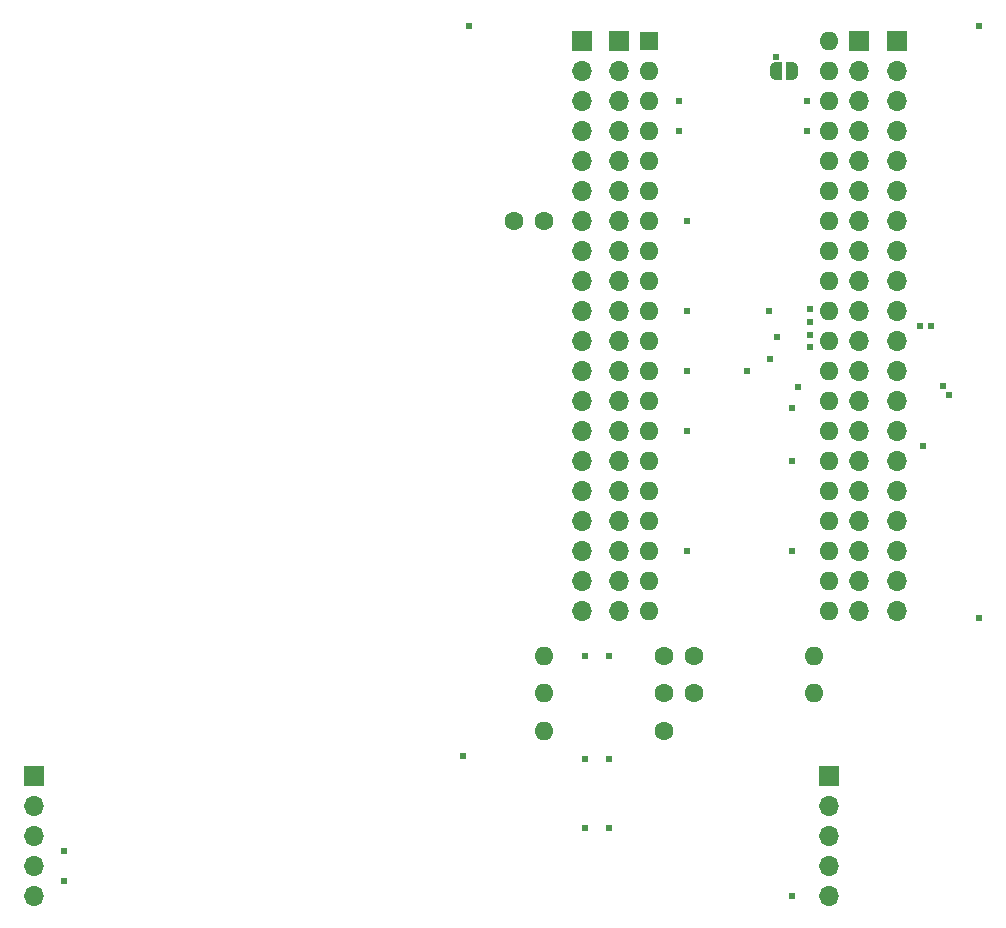
<source format=gbs>
G04 #@! TF.GenerationSoftware,KiCad,Pcbnew,(6.0.10-0)*
G04 #@! TF.CreationDate,2023-02-15T13:21:11+09:00*
G04 #@! TF.ProjectId,MEZ6809LED,4d455a36-3830-4394-9c45-442e6b696361,A*
G04 #@! TF.SameCoordinates,PX5ee3fe0PY8f872a0*
G04 #@! TF.FileFunction,Soldermask,Bot*
G04 #@! TF.FilePolarity,Negative*
%FSLAX46Y46*%
G04 Gerber Fmt 4.6, Leading zero omitted, Abs format (unit mm)*
G04 Created by KiCad (PCBNEW (6.0.10-0)) date 2023-02-15 13:21:11*
%MOMM*%
%LPD*%
G01*
G04 APERTURE LIST*
G04 Aperture macros list*
%AMFreePoly0*
4,1,22,0.500000,-0.750000,0.000000,-0.750000,0.000000,-0.745033,-0.079941,-0.743568,-0.215256,-0.701293,-0.333266,-0.622738,-0.424486,-0.514219,-0.481581,-0.384460,-0.499164,-0.250000,-0.500000,-0.250000,-0.500000,0.250000,-0.499164,0.250000,-0.499963,0.256109,-0.478152,0.396186,-0.417904,0.524511,-0.324060,0.630769,-0.204165,0.706417,-0.067858,0.745374,0.000000,0.744959,0.000000,0.750000,
0.500000,0.750000,0.500000,-0.750000,0.500000,-0.750000,$1*%
%AMFreePoly1*
4,1,20,0.000000,0.744959,0.073905,0.744508,0.209726,0.703889,0.328688,0.626782,0.421226,0.519385,0.479903,0.390333,0.500000,0.250000,0.500000,-0.250000,0.499851,-0.262216,0.476331,-0.402017,0.414519,-0.529596,0.319384,-0.634700,0.198574,-0.708877,0.061801,-0.746166,0.000000,-0.745033,0.000000,-0.750000,-0.500000,-0.750000,-0.500000,0.750000,0.000000,0.750000,0.000000,0.744959,
0.000000,0.744959,$1*%
G04 Aperture macros list end*
%ADD10R,1.700000X1.700000*%
%ADD11O,1.700000X1.700000*%
%ADD12R,1.600000X1.600000*%
%ADD13O,1.600000X1.600000*%
%ADD14C,1.600000*%
%ADD15FreePoly0,0.000000*%
%ADD16FreePoly1,0.000000*%
%ADD17C,0.605000*%
G04 APERTURE END LIST*
D10*
X48260000Y74930000D03*
D11*
X48260000Y72390000D03*
X48260000Y69850000D03*
X48260000Y67310000D03*
X48260000Y64770000D03*
X48260000Y62230000D03*
X48260000Y59690000D03*
X48260000Y57150000D03*
X48260000Y54610000D03*
X48260000Y52070000D03*
X48260000Y49530000D03*
X48260000Y46990000D03*
X48260000Y44450000D03*
X48260000Y41910000D03*
X48260000Y39370000D03*
X48260000Y36830000D03*
X48260000Y34290000D03*
X48260000Y31750000D03*
X48260000Y29210000D03*
X48260000Y26670000D03*
D12*
X53970000Y74930000D03*
D13*
X53970000Y72390000D03*
X53970000Y69850000D03*
X53970000Y67310000D03*
X53970000Y64770000D03*
X53970000Y62230000D03*
X53970000Y59690000D03*
X53970000Y57150000D03*
X53970000Y54610000D03*
X53970000Y52070000D03*
X53970000Y49530000D03*
X53970000Y46990000D03*
X53970000Y44450000D03*
X53970000Y41910000D03*
X53970000Y39370000D03*
X53970000Y36830000D03*
X53970000Y34290000D03*
X53970000Y31750000D03*
X53970000Y29210000D03*
X53970000Y26670000D03*
X69210000Y26670000D03*
X69210000Y29210000D03*
X69210000Y31750000D03*
X69210000Y34290000D03*
X69210000Y36830000D03*
X69210000Y39370000D03*
X69210000Y41910000D03*
X69210000Y44450000D03*
X69210000Y46990000D03*
X69210000Y49530000D03*
X69210000Y52070000D03*
X69210000Y54610000D03*
X69210000Y57150000D03*
X69210000Y59690000D03*
X69210000Y62230000D03*
X69210000Y64770000D03*
X69210000Y67310000D03*
X69210000Y69850000D03*
X69210000Y72390000D03*
X69210000Y74930000D03*
D14*
X55245000Y19685000D03*
D13*
X45085000Y19685000D03*
D10*
X1905000Y12695000D03*
D11*
X1905000Y10155000D03*
X1905000Y7615000D03*
X1905000Y5075000D03*
X1905000Y2535000D03*
D14*
X55245000Y16510000D03*
D13*
X45085000Y16510000D03*
D14*
X45045000Y59690000D03*
X42545000Y59690000D03*
X57785000Y22860000D03*
D13*
X67945000Y22860000D03*
D10*
X74930000Y74930000D03*
D11*
X74930000Y72390000D03*
X74930000Y69850000D03*
X74930000Y67310000D03*
X74930000Y64770000D03*
X74930000Y62230000D03*
X74930000Y59690000D03*
X74930000Y57150000D03*
X74930000Y54610000D03*
X74930000Y52070000D03*
X74930000Y49530000D03*
X74930000Y46990000D03*
X74930000Y44450000D03*
X74930000Y41910000D03*
X74930000Y39370000D03*
X74930000Y36830000D03*
X74930000Y34290000D03*
X74930000Y31750000D03*
X74930000Y29210000D03*
X74930000Y26670000D03*
D14*
X57785000Y19685000D03*
D13*
X67945000Y19685000D03*
D10*
X69215000Y12695000D03*
D11*
X69215000Y10155000D03*
X69215000Y7615000D03*
X69215000Y5075000D03*
X69215000Y2535000D03*
D14*
X55270000Y22860000D03*
D13*
X45110000Y22860000D03*
D10*
X71755000Y74930000D03*
D11*
X71755000Y72390000D03*
X71755000Y69850000D03*
X71755000Y67310000D03*
X71755000Y64770000D03*
X71755000Y62230000D03*
X71755000Y59690000D03*
X71755000Y57150000D03*
X71755000Y54610000D03*
X71755000Y52070000D03*
X71755000Y49530000D03*
X71755000Y46990000D03*
X71755000Y44450000D03*
X71755000Y41910000D03*
X71755000Y39370000D03*
X71755000Y36830000D03*
X71755000Y34290000D03*
X71755000Y31750000D03*
X71755000Y29210000D03*
X71755000Y26670000D03*
D10*
X51435000Y74930000D03*
D11*
X51435000Y72390000D03*
X51435000Y69850000D03*
X51435000Y67310000D03*
X51435000Y64770000D03*
X51435000Y62230000D03*
X51435000Y59690000D03*
X51435000Y57150000D03*
X51435000Y54610000D03*
X51435000Y52070000D03*
X51435000Y49530000D03*
X51435000Y46990000D03*
X51435000Y44450000D03*
X51435000Y41910000D03*
X51435000Y39370000D03*
X51435000Y36830000D03*
X51435000Y34290000D03*
X51435000Y31750000D03*
X51435000Y29210000D03*
X51435000Y26670000D03*
D15*
X64755000Y72390000D03*
D16*
X66055000Y72390000D03*
D17*
X50546000Y22860000D03*
X48514000Y22860000D03*
X56515000Y69850000D03*
X67310000Y69850000D03*
X67310000Y67310000D03*
X56515000Y67310000D03*
X57150000Y59690000D03*
X64135000Y52070000D03*
X57150000Y52070000D03*
X62230000Y46990000D03*
X57150000Y46990000D03*
X66040000Y43815000D03*
X57150000Y41910000D03*
X66040000Y39370000D03*
X66040000Y31750000D03*
X57150000Y31750000D03*
X38227000Y14351000D03*
X48514000Y14097000D03*
X50546000Y14097000D03*
X50546000Y8255000D03*
X48514000Y8255000D03*
X4445000Y6350000D03*
X4445000Y3810000D03*
X66040000Y2540000D03*
X81915000Y26035000D03*
X81915000Y76200000D03*
X38735000Y76200000D03*
X76934500Y50800000D03*
X78867000Y45720000D03*
X77174800Y40640000D03*
X77851000Y50800000D03*
X64257400Y47998500D03*
X67564000Y52219600D03*
X67564000Y51104300D03*
X67564000Y50038000D03*
X67564000Y48976300D03*
X64803141Y49817141D03*
X66605959Y45650959D03*
X79397600Y44958000D03*
X64755000Y73597900D03*
M02*

</source>
